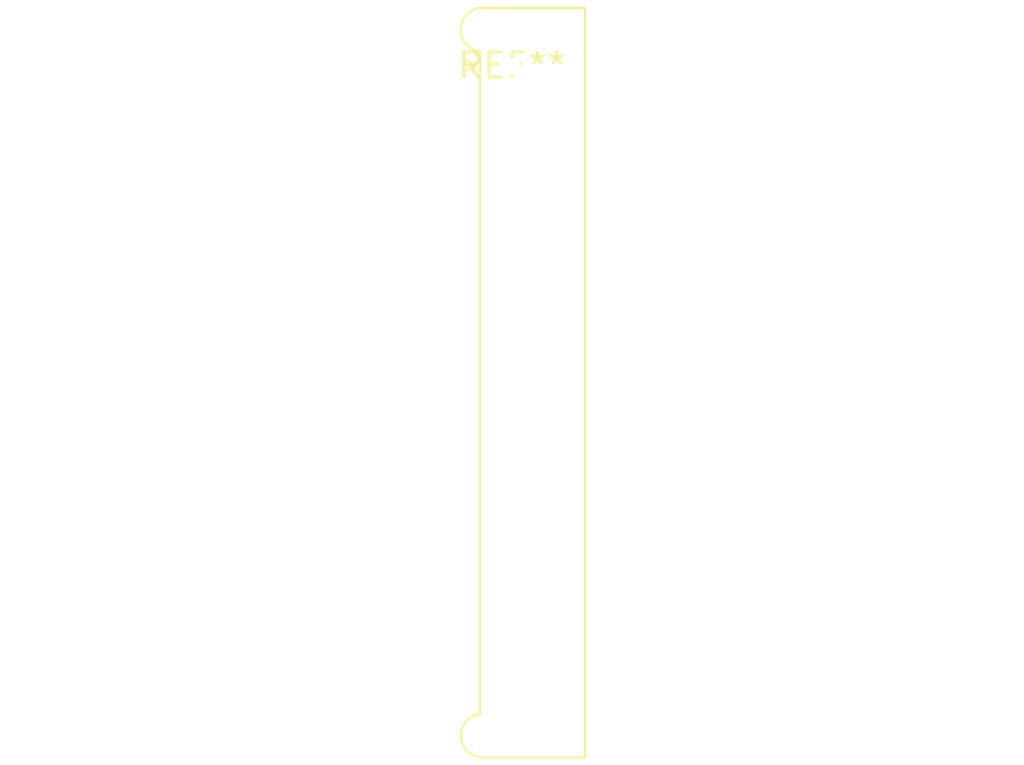
<source format=kicad_pcb>
(kicad_pcb (version 20240108) (generator pcbnew)
  (layers (0 "F.Cu" signal) (31 "B.Cu" signal) (34 "B.Paste" user) (35 "F.Paste" user) (36 "B.SilkS" user "B.Silkscreen") (37 "F.SilkS" user "F.Silkscreen") (38 "B.Mask" user) (39 "F.Mask" user) (44 "Edge.Cuts" user))
  (net 0 "")
  (footprint "Molex_Picoflex_90325-0026_2x13_P1.27mm_Vertical" (layer "F.Cu") (at 0 0)
    (property "Reference" "REF**")
    (property "Value" "Molex_Picoflex_90325-0026_2x13_P1.27mm_Vertical")
    (fp_line (start -2.38 -0.3) (end -2.38 0.3) (layer "F.SilkS") (stroke (width 0.12)))
    (fp_line (start -2.38 0.3) (end -1.78 0) (layer "F.SilkS") (stroke (width 0.12)))
    (fp_line (start -1.78 0) (end -2.38 -0.3) (layer "F.SilkS") (stroke (width 0.12)))
    (fp_line (start -1.61 -0.715) (end -1.61 32.465) (layer "F.SilkS") (stroke (width 0.12)))
    (fp_line (start -1.48 -2.885) (end 3.65 -2.885) (layer "F.SilkS") (stroke (width 0.12)))
    (fp_line (start 3.65 -2.885) (end 3.65 34.635) (layer "F.SilkS") (stroke (width 0.12)))
    (fp_line (start 3.65 34.635) (end -1.48 34.635) (layer "F.SilkS") (stroke (width 0.12)))
    (fp_arc (start -1.61 -0.72) (mid -2.56 -1.93) (end -1.35 -2.88) (layer "F.SilkS") (stroke (width 0.12)))
    (fp_arc (start -1.47 34.635) (mid -2.56 33.654526) (end -1.678256 32.48322) (layer "F.SilkS") (stroke (width 0.12)))
    (pad "" np_thru_hole circle (at -1.48 -1.8) (size 1.5 1.5) (drill 1.5) (layers *.Cu *.Mask))
    (pad "" np_thru_hole circle (at -1.48 33.55) (size 1.5 1.5) (drill 1.5) (layers *.Cu *.Mask))
    (pad "1" thru_hole roundrect (at 0 0) (size 1.8 1.3) (drill 0.8) (layers *.Cu *.Mask) (remove_unused_layers) (roundrect_rratio 0.192308))
    (pad "2" thru_hole oval (at 2.54 1.27) (size 1.8 1.3) (drill 0.8) (layers *.Cu *.Mask) (remove_unused_layers))
    (pad "3" thru_hole oval (at 0 2.54) (size 1.8 1.3) (drill 0.8) (layers *.Cu *.Mask) (remove_unused_layers))
    (pad "4" thru_hole oval (at 2.54 3.81) (size 1.8 1.3) (drill 0.8) (layers *.Cu *.Mask) (remove_unused_layers))
    (pad "5" thru_hole oval (at 0 5.08) (size 1.8 1.3) (drill 0.8) (layers *.Cu *.Mask) (remove_unused_layers))
    (pad "6" thru_hole oval (at 2.54 6.35) (size 1.8 1.3) (drill 0.8) (layers *.Cu *.Mask) (remove_unused_layers))
    (pad "7" thru_hole oval (at 0 7.62) (size 1.8 1.3) (drill 0.8) (layers *.Cu *.Mask) (remove_unused_layers))
    (pad "8" thru_hole oval (at 2.54 8.89) (size 1.8 1.3) (drill 0.8) (layers *.Cu *.Mask) (remove_unused_layers))
    (pad "9" thru_hole oval (at 0 10.16) (size 1.8 1.3) (drill 0.8) (layers *.Cu *.Mask) (remove_unused_layers))
    (pad "10" thru_hole oval (at 2.54 11.43) (size 1.8 1.3) (drill 0.8) (layers *.Cu *.Mask) (remove_unused_layers))
    (pad "11" thru_hole oval (at 0 12.7) (size 1.8 1.3) (drill 0.8) (layers *.Cu *.Mask) (remove_unused_layers))
    (pad "12" thru_hole oval (at 2.54 13.97) (size 1.8 1.3) (drill 0.8) (layers *.Cu *.Mask) (remove_unused_layers))
    (pad "13" thru_hole oval (at 0 15.24) (size 1.8 1.3) (drill 0.8) (layers *.Cu *.Mask) (remove_unused_layers))
    (pad "14" thru_hole oval (at 2.54 16.51) (size 1.8 1.3) (drill 0.8) (layers *.Cu *.Mask) (remove_unused_layers))
    (pad "15" thru_hole oval (at 0 17.78) (size 1.8 1.3) (drill 0.8) (layers *.Cu *.Mask) (remove_unused_layers))
    (pad "16" thru_hole oval (at 2.54 19.05) (size 1.8 1.3) (drill 0.8) (layers *.Cu *.Mask) (remove_unused_layers))
    (pad "17" thru_hole oval (at 0 20.32) (size 1.8 1.3) (drill 0.8) (layers *.Cu *.Mask) (remove_unused_layers))
    (pad "18" thru_hole oval (at 2.54 21.59) (size 1.8 1.3) (drill 0.8) (layers *.Cu *.Mask) (remove_unused_layers))
    (pad "19" thru_hole oval (at 0 22.86) (size 1.8 1.3) (drill 0.8) (layers *.Cu *.Mask) (remove_unused_layers))
    (pad "20" thru_hole oval (at 2.54 24.13) (size 1.8 1.3) (drill 0.8) (layers *.Cu *.Mask) (remove_unused_layers))
    (pad "21" thru_hole oval (at 0 25.4) (size 1.8 1.3) (drill 0.8) (layers *.Cu *.Mask) (remove_unused_layers))
    (pad "22" thru_hole oval (at 2.54 26.67) (size 1.8 1.3) (drill 0.8) (layers *.Cu *.Mask) (remove_unused_layers))
    (pad "23" thru_hole oval (at 0 27.94) (size 1.8 1.3) (drill 0.8) (layers *.Cu *.Mask) (remove_unused_layers))
    (pad "24" thru_hole oval (at 2.54 29.21) (size 1.8 1.3) (drill 0.8) (layers *.Cu *.Mask) (remove_unused_layers))
    (pad "25" thru_hole oval (at 0 30.48) (size 1.8 1.3) (drill 0.8) (layers *.Cu *.Mask) (remove_unused_layers))
    (pad "26" thru_hole oval (at 2.54 31.75) (size 1.8 1.3) (drill 0.8) (layers *.Cu *.Mask) (remove_unused_layers))
  )
)
</source>
